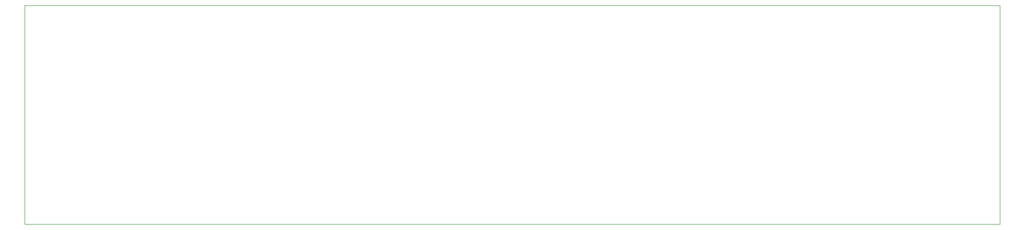
<source format=gm1>
G04 #@! TF.GenerationSoftware,KiCad,Pcbnew,6.0.4-6f826c9f35~116~ubuntu18.04.1*
G04 #@! TF.CreationDate,2022-05-10T11:21:29+08:00*
G04 #@! TF.ProjectId,XT60_connectors,58543630-5f63-46f6-9e6e-6563746f7273,rev?*
G04 #@! TF.SameCoordinates,Original*
G04 #@! TF.FileFunction,Profile,NP*
%FSLAX46Y46*%
G04 Gerber Fmt 4.6, Leading zero omitted, Abs format (unit mm)*
G04 Created by KiCad (PCBNEW 6.0.4-6f826c9f35~116~ubuntu18.04.1) date 2022-05-10 11:21:29*
%MOMM*%
%LPD*%
G01*
G04 APERTURE LIST*
G04 #@! TA.AperFunction,Profile*
%ADD10C,0.100000*%
G04 #@! TD*
G04 APERTURE END LIST*
D10*
X190500000Y-81280000D02*
X27305000Y-81280000D01*
X208280000Y-81280000D02*
X190500000Y-81280000D01*
X27305000Y-81280000D02*
X27305000Y-40640000D01*
X27305000Y-40640000D02*
X208280000Y-40640000D01*
X208280000Y-40640000D02*
X208280000Y-81280000D01*
M02*

</source>
